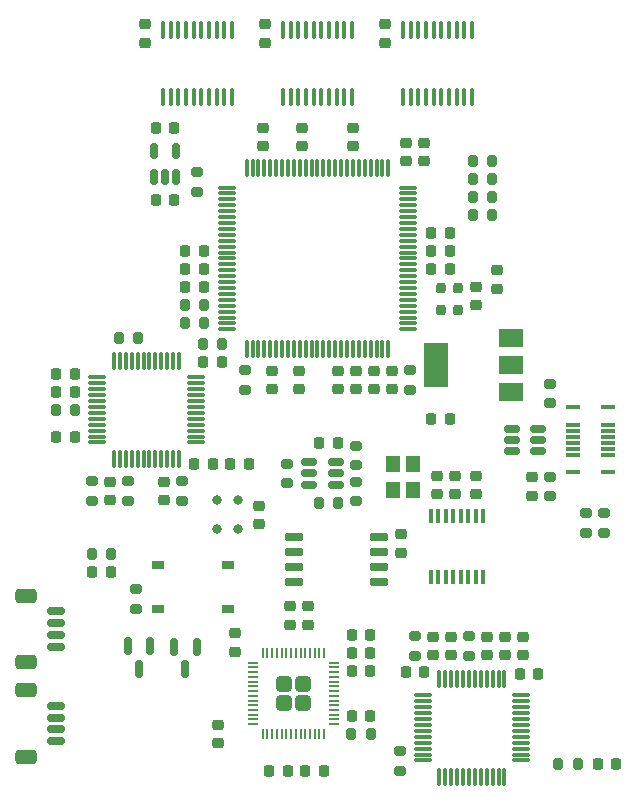
<source format=gbr>
%TF.GenerationSoftware,KiCad,Pcbnew,7.0.10*%
%TF.CreationDate,2024-02-21T15:12:55-06:00*%
%TF.ProjectId,HUB75-FPGA-Card,48554237-352d-4465-9047-412d43617264,rev?*%
%TF.SameCoordinates,Original*%
%TF.FileFunction,Paste,Top*%
%TF.FilePolarity,Positive*%
%FSLAX46Y46*%
G04 Gerber Fmt 4.6, Leading zero omitted, Abs format (unit mm)*
G04 Created by KiCad (PCBNEW 7.0.10) date 2024-02-21 15:12:55*
%MOMM*%
%LPD*%
G01*
G04 APERTURE LIST*
G04 Aperture macros list*
%AMRoundRect*
0 Rectangle with rounded corners*
0 $1 Rounding radius*
0 $2 $3 $4 $5 $6 $7 $8 $9 X,Y pos of 4 corners*
0 Add a 4 corners polygon primitive as box body*
4,1,4,$2,$3,$4,$5,$6,$7,$8,$9,$2,$3,0*
0 Add four circle primitives for the rounded corners*
1,1,$1+$1,$2,$3*
1,1,$1+$1,$4,$5*
1,1,$1+$1,$6,$7*
1,1,$1+$1,$8,$9*
0 Add four rect primitives between the rounded corners*
20,1,$1+$1,$2,$3,$4,$5,0*
20,1,$1+$1,$4,$5,$6,$7,0*
20,1,$1+$1,$6,$7,$8,$9,0*
20,1,$1+$1,$8,$9,$2,$3,0*%
G04 Aperture macros list end*
%ADD10RoundRect,0.200000X0.275000X-0.200000X0.275000X0.200000X-0.275000X0.200000X-0.275000X-0.200000X0*%
%ADD11RoundRect,0.225000X-0.250000X0.225000X-0.250000X-0.225000X0.250000X-0.225000X0.250000X0.225000X0*%
%ADD12RoundRect,0.200000X-0.200000X-0.275000X0.200000X-0.275000X0.200000X0.275000X-0.200000X0.275000X0*%
%ADD13RoundRect,0.150000X-0.150000X0.587500X-0.150000X-0.587500X0.150000X-0.587500X0.150000X0.587500X0*%
%ADD14RoundRect,0.200000X-0.275000X0.200000X-0.275000X-0.200000X0.275000X-0.200000X0.275000X0.200000X0*%
%ADD15RoundRect,0.225000X0.250000X-0.225000X0.250000X0.225000X-0.250000X0.225000X-0.250000X-0.225000X0*%
%ADD16RoundRect,0.150000X-0.512500X-0.150000X0.512500X-0.150000X0.512500X0.150000X-0.512500X0.150000X0*%
%ADD17C,0.800000*%
%ADD18RoundRect,0.225000X-0.225000X-0.250000X0.225000X-0.250000X0.225000X0.250000X-0.225000X0.250000X0*%
%ADD19RoundRect,0.225000X0.225000X0.250000X-0.225000X0.250000X-0.225000X-0.250000X0.225000X-0.250000X0*%
%ADD20R,2.000000X1.500000*%
%ADD21R,2.000000X3.800000*%
%ADD22RoundRect,0.200000X0.200000X0.275000X-0.200000X0.275000X-0.200000X-0.275000X0.200000X-0.275000X0*%
%ADD23RoundRect,0.100000X0.100000X-0.637500X0.100000X0.637500X-0.100000X0.637500X-0.100000X-0.637500X0*%
%ADD24RoundRect,0.150000X0.625000X-0.150000X0.625000X0.150000X-0.625000X0.150000X-0.625000X-0.150000X0*%
%ADD25RoundRect,0.250000X0.650000X-0.350000X0.650000X0.350000X-0.650000X0.350000X-0.650000X-0.350000X0*%
%ADD26R,1.000000X0.750000*%
%ADD27R,1.200000X1.400000*%
%ADD28RoundRect,0.249999X-0.395001X-0.395001X0.395001X-0.395001X0.395001X0.395001X-0.395001X0.395001X0*%
%ADD29RoundRect,0.050000X-0.387500X-0.050000X0.387500X-0.050000X0.387500X0.050000X-0.387500X0.050000X0*%
%ADD30RoundRect,0.050000X-0.050000X-0.387500X0.050000X-0.387500X0.050000X0.387500X-0.050000X0.387500X0*%
%ADD31RoundRect,0.218750X0.218750X0.256250X-0.218750X0.256250X-0.218750X-0.256250X0.218750X-0.256250X0*%
%ADD32RoundRect,0.075000X-0.662500X-0.075000X0.662500X-0.075000X0.662500X0.075000X-0.662500X0.075000X0*%
%ADD33RoundRect,0.075000X-0.075000X-0.662500X0.075000X-0.662500X0.075000X0.662500X-0.075000X0.662500X0*%
%ADD34RoundRect,0.150000X-0.650000X-0.150000X0.650000X-0.150000X0.650000X0.150000X-0.650000X0.150000X0*%
%ADD35RoundRect,0.200000X0.200000X0.250000X-0.200000X0.250000X-0.200000X-0.250000X0.200000X-0.250000X0*%
%ADD36R,1.150000X0.300000*%
%ADD37RoundRect,0.075000X0.075000X-0.662500X0.075000X0.662500X-0.075000X0.662500X-0.075000X-0.662500X0*%
%ADD38RoundRect,0.075000X0.662500X-0.075000X0.662500X0.075000X-0.662500X0.075000X-0.662500X-0.075000X0*%
%ADD39R,0.400000X1.200000*%
%ADD40RoundRect,0.150000X0.150000X-0.512500X0.150000X0.512500X-0.150000X0.512500X-0.150000X-0.512500X0*%
G04 APERTURE END LIST*
D10*
%TO.C,R23*%
X137033000Y-105155000D03*
X137033000Y-103505000D03*
%TD*%
D11*
%TO.C,C30*%
X96774000Y-100825000D03*
X96774000Y-102375000D03*
%TD*%
D10*
%TO.C,R22*%
X98933000Y-111569000D03*
X98933000Y-109919000D03*
%TD*%
D12*
%TO.C,R16*%
X97473000Y-88646000D03*
X99123000Y-88646000D03*
%TD*%
D13*
%TO.C,Q2*%
X104074000Y-114803000D03*
X102174000Y-114803000D03*
X103124000Y-116678000D03*
%TD*%
D14*
%TO.C,R12*%
X117531800Y-97764200D03*
X117531800Y-99414200D03*
%TD*%
D15*
%TO.C,C21*%
X113030000Y-72403000D03*
X113030000Y-70853000D03*
%TD*%
D10*
%TO.C,R13*%
X117531800Y-102462200D03*
X117531800Y-100812200D03*
%TD*%
D11*
%TO.C,C8*%
X120650000Y-91427000D03*
X120650000Y-92977000D03*
%TD*%
D16*
%TO.C,U7*%
X113600300Y-99163200D03*
X113600300Y-100113200D03*
X113600300Y-101063200D03*
X115875300Y-101063200D03*
X115875300Y-100113200D03*
X115875300Y-99163200D03*
%TD*%
D11*
%TO.C,C45*%
X132461000Y-100444000D03*
X132461000Y-101994000D03*
%TD*%
D17*
%TO.C,U10*%
X107530000Y-102402000D03*
X107530000Y-104862000D03*
X105830000Y-104862000D03*
X105830000Y-102402000D03*
%TD*%
D18*
%TO.C,C57*%
X117208000Y-120650000D03*
X118758000Y-120650000D03*
%TD*%
%TO.C,C2*%
X100637000Y-76962000D03*
X102187000Y-76962000D03*
%TD*%
%TO.C,C14*%
X123939000Y-81280000D03*
X125489000Y-81280000D03*
%TD*%
D11*
%TO.C,C12*%
X110490000Y-91427000D03*
X110490000Y-92977000D03*
%TD*%
D10*
%TO.C,R18*%
X121285000Y-125285000D03*
X121285000Y-123635000D03*
%TD*%
D15*
%TO.C,C16*%
X121793000Y-73673000D03*
X121793000Y-72123000D03*
%TD*%
D18*
%TO.C,C53*%
X117208000Y-113792000D03*
X118758000Y-113792000D03*
%TD*%
D15*
%TO.C,C15*%
X123317000Y-73673000D03*
X123317000Y-72123000D03*
%TD*%
D14*
%TO.C,FB5*%
X127139000Y-113884500D03*
X127139000Y-115534500D03*
%TD*%
D19*
%TO.C,C49*%
X132982000Y-117094000D03*
X131432000Y-117094000D03*
%TD*%
D20*
%TO.C,U1*%
X130658000Y-93232000D03*
X130658000Y-90932000D03*
D21*
X124358000Y-90932000D03*
D20*
X130658000Y-88632000D03*
%TD*%
D12*
%TO.C,R19*%
X134684000Y-124714000D03*
X136334000Y-124714000D03*
%TD*%
D22*
%TO.C,R9*%
X129095000Y-75184000D03*
X127445000Y-75184000D03*
%TD*%
D18*
%TO.C,C56*%
X117208000Y-116840000D03*
X118758000Y-116840000D03*
%TD*%
%TO.C,C33*%
X104635000Y-90678000D03*
X106185000Y-90678000D03*
%TD*%
D23*
%TO.C,U5*%
X111375000Y-68267500D03*
X112025000Y-68267500D03*
X112675000Y-68267500D03*
X113325000Y-68267500D03*
X113975000Y-68267500D03*
X114625000Y-68267500D03*
X115275000Y-68267500D03*
X115925000Y-68267500D03*
X116575000Y-68267500D03*
X117225000Y-68267500D03*
X117225000Y-62542500D03*
X116575000Y-62542500D03*
X115925000Y-62542500D03*
X115275000Y-62542500D03*
X114625000Y-62542500D03*
X113975000Y-62542500D03*
X113325000Y-62542500D03*
X112675000Y-62542500D03*
X112025000Y-62542500D03*
X111375000Y-62542500D03*
%TD*%
D19*
%TO.C,C42*%
X108471000Y-99314000D03*
X106921000Y-99314000D03*
%TD*%
D15*
%TO.C,C10*%
X109728000Y-72403000D03*
X109728000Y-70853000D03*
%TD*%
D18*
%TO.C,C22*%
X123939000Y-82804000D03*
X125489000Y-82804000D03*
%TD*%
D19*
%TO.C,C7*%
X104661000Y-81280000D03*
X103111000Y-81280000D03*
%TD*%
D15*
%TO.C,C39*%
X130187000Y-115484500D03*
X130187000Y-113934500D03*
%TD*%
%TO.C,C54*%
X113538000Y-112929000D03*
X113538000Y-111379000D03*
%TD*%
D24*
%TO.C,J17*%
X92130000Y-122785000D03*
X92130000Y-121785000D03*
X92130000Y-120785000D03*
X92130000Y-119785000D03*
D25*
X89605000Y-124085000D03*
X89605000Y-118485000D03*
%TD*%
D22*
%TO.C,R1*%
X96837000Y-106934000D03*
X95187000Y-106934000D03*
%TD*%
D10*
%TO.C,R21*%
X133989500Y-94170000D03*
X133989500Y-92520000D03*
%TD*%
D26*
%TO.C,SW1*%
X100759000Y-107853000D03*
X106759000Y-107853000D03*
X100759000Y-111603000D03*
X106759000Y-111603000D03*
%TD*%
D22*
%TO.C,R8*%
X129095000Y-73660000D03*
X127445000Y-73660000D03*
%TD*%
D24*
%TO.C,J16*%
X92130000Y-114784000D03*
X92130000Y-113784000D03*
X92130000Y-112784000D03*
X92130000Y-111784000D03*
D25*
X89605000Y-116084000D03*
X89605000Y-110484000D03*
%TD*%
D27*
%TO.C,Y1*%
X122389000Y-101514000D03*
X122389000Y-99314000D03*
X120689000Y-99314000D03*
X120689000Y-101514000D03*
%TD*%
D12*
%TO.C,R6*%
X92139000Y-94742000D03*
X93789000Y-94742000D03*
%TD*%
%TO.C,R5*%
X103061000Y-85852000D03*
X104711000Y-85852000D03*
%TD*%
D18*
%TO.C,C19*%
X123939000Y-79756000D03*
X125489000Y-79756000D03*
%TD*%
D15*
%TO.C,C18*%
X117348000Y-72403000D03*
X117348000Y-70853000D03*
%TD*%
D11*
%TO.C,C41*%
X109347000Y-102857000D03*
X109347000Y-104407000D03*
%TD*%
D23*
%TO.C,U6*%
X121535000Y-68267500D03*
X122185000Y-68267500D03*
X122835000Y-68267500D03*
X123485000Y-68267500D03*
X124135000Y-68267500D03*
X124785000Y-68267500D03*
X125435000Y-68267500D03*
X126085000Y-68267500D03*
X126735000Y-68267500D03*
X127385000Y-68267500D03*
X127385000Y-62542500D03*
X126735000Y-62542500D03*
X126085000Y-62542500D03*
X125435000Y-62542500D03*
X124785000Y-62542500D03*
X124135000Y-62542500D03*
X123485000Y-62542500D03*
X122835000Y-62542500D03*
X122185000Y-62542500D03*
X121535000Y-62542500D03*
%TD*%
D18*
%TO.C,C5*%
X100637000Y-70866000D03*
X102187000Y-70866000D03*
%TD*%
D12*
%TO.C,R3*%
X103061000Y-87376000D03*
X104711000Y-87376000D03*
%TD*%
D19*
%TO.C,C29*%
X93739000Y-91694000D03*
X92189000Y-91694000D03*
%TD*%
D11*
%TO.C,C17*%
X112776000Y-91427000D03*
X112776000Y-92977000D03*
%TD*%
D28*
%TO.C,U14*%
X111468000Y-117945000D03*
X111468000Y-119545000D03*
X113068000Y-117945000D03*
X113068000Y-119545000D03*
D29*
X108830500Y-116145000D03*
X108830500Y-116545000D03*
X108830500Y-116945000D03*
X108830500Y-117345000D03*
X108830500Y-117745000D03*
X108830500Y-118145000D03*
X108830500Y-118545000D03*
X108830500Y-118945000D03*
X108830500Y-119345000D03*
X108830500Y-119745000D03*
X108830500Y-120145000D03*
X108830500Y-120545000D03*
X108830500Y-120945000D03*
X108830500Y-121345000D03*
D30*
X109668000Y-122182500D03*
X110068000Y-122182500D03*
X110468000Y-122182500D03*
X110868000Y-122182500D03*
X111268000Y-122182500D03*
X111668000Y-122182500D03*
X112068000Y-122182500D03*
X112468000Y-122182500D03*
X112868000Y-122182500D03*
X113268000Y-122182500D03*
X113668000Y-122182500D03*
X114068000Y-122182500D03*
X114468000Y-122182500D03*
X114868000Y-122182500D03*
D29*
X115705500Y-121345000D03*
X115705500Y-120945000D03*
X115705500Y-120545000D03*
X115705500Y-120145000D03*
X115705500Y-119745000D03*
X115705500Y-119345000D03*
X115705500Y-118945000D03*
X115705500Y-118545000D03*
X115705500Y-118145000D03*
X115705500Y-117745000D03*
X115705500Y-117345000D03*
X115705500Y-116945000D03*
X115705500Y-116545000D03*
X115705500Y-116145000D03*
D30*
X114868000Y-115307500D03*
X114468000Y-115307500D03*
X114068000Y-115307500D03*
X113668000Y-115307500D03*
X113268000Y-115307500D03*
X112868000Y-115307500D03*
X112468000Y-115307500D03*
X112068000Y-115307500D03*
X111668000Y-115307500D03*
X111268000Y-115307500D03*
X110868000Y-115307500D03*
X110468000Y-115307500D03*
X110068000Y-115307500D03*
X109668000Y-115307500D03*
%TD*%
D12*
%TO.C,R2*%
X104585000Y-89154000D03*
X106235000Y-89154000D03*
%TD*%
D15*
%TO.C,C23*%
X127762000Y-85865000D03*
X127762000Y-84315000D03*
%TD*%
D31*
%TO.C,D1*%
X139598500Y-124714000D03*
X138023500Y-124714000D03*
%TD*%
D15*
%TO.C,C40*%
X131711000Y-115484500D03*
X131711000Y-113934500D03*
%TD*%
D32*
%TO.C,U3*%
X106637500Y-75915000D03*
X106637500Y-76415000D03*
X106637500Y-76915000D03*
X106637500Y-77415000D03*
X106637500Y-77915000D03*
X106637500Y-78415000D03*
X106637500Y-78915000D03*
X106637500Y-79415000D03*
X106637500Y-79915000D03*
X106637500Y-80415000D03*
X106637500Y-80915000D03*
X106637500Y-81415000D03*
X106637500Y-81915000D03*
X106637500Y-82415000D03*
X106637500Y-82915000D03*
X106637500Y-83415000D03*
X106637500Y-83915000D03*
X106637500Y-84415000D03*
X106637500Y-84915000D03*
X106637500Y-85415000D03*
X106637500Y-85915000D03*
X106637500Y-86415000D03*
X106637500Y-86915000D03*
X106637500Y-87415000D03*
X106637500Y-87915000D03*
D33*
X108300000Y-89577500D03*
X108800000Y-89577500D03*
X109300000Y-89577500D03*
X109800000Y-89577500D03*
X110300000Y-89577500D03*
X110800000Y-89577500D03*
X111300000Y-89577500D03*
X111800000Y-89577500D03*
X112300000Y-89577500D03*
X112800000Y-89577500D03*
X113300000Y-89577500D03*
X113800000Y-89577500D03*
X114300000Y-89577500D03*
X114800000Y-89577500D03*
X115300000Y-89577500D03*
X115800000Y-89577500D03*
X116300000Y-89577500D03*
X116800000Y-89577500D03*
X117300000Y-89577500D03*
X117800000Y-89577500D03*
X118300000Y-89577500D03*
X118800000Y-89577500D03*
X119300000Y-89577500D03*
X119800000Y-89577500D03*
X120300000Y-89577500D03*
D32*
X121962500Y-87915000D03*
X121962500Y-87415000D03*
X121962500Y-86915000D03*
X121962500Y-86415000D03*
X121962500Y-85915000D03*
X121962500Y-85415000D03*
X121962500Y-84915000D03*
X121962500Y-84415000D03*
X121962500Y-83915000D03*
X121962500Y-83415000D03*
X121962500Y-82915000D03*
X121962500Y-82415000D03*
X121962500Y-81915000D03*
X121962500Y-81415000D03*
X121962500Y-80915000D03*
X121962500Y-80415000D03*
X121962500Y-79915000D03*
X121962500Y-79415000D03*
X121962500Y-78915000D03*
X121962500Y-78415000D03*
X121962500Y-77915000D03*
X121962500Y-77415000D03*
X121962500Y-76915000D03*
X121962500Y-76415000D03*
X121962500Y-75915000D03*
D33*
X120300000Y-74252500D03*
X119800000Y-74252500D03*
X119300000Y-74252500D03*
X118800000Y-74252500D03*
X118300000Y-74252500D03*
X117800000Y-74252500D03*
X117300000Y-74252500D03*
X116800000Y-74252500D03*
X116300000Y-74252500D03*
X115800000Y-74252500D03*
X115300000Y-74252500D03*
X114800000Y-74252500D03*
X114300000Y-74252500D03*
X113800000Y-74252500D03*
X113300000Y-74252500D03*
X112800000Y-74252500D03*
X112300000Y-74252500D03*
X111800000Y-74252500D03*
X111300000Y-74252500D03*
X110800000Y-74252500D03*
X110300000Y-74252500D03*
X109800000Y-74252500D03*
X109300000Y-74252500D03*
X108800000Y-74252500D03*
X108300000Y-74252500D03*
%TD*%
D22*
%TO.C,R11*%
X129095000Y-78232000D03*
X127445000Y-78232000D03*
%TD*%
D34*
%TO.C,U13*%
X112351000Y-105537000D03*
X112351000Y-106807000D03*
X112351000Y-108077000D03*
X112351000Y-109347000D03*
X119551000Y-109347000D03*
X119551000Y-108077000D03*
X119551000Y-106807000D03*
X119551000Y-105537000D03*
%TD*%
D19*
%TO.C,C3*%
X96787000Y-108458000D03*
X95237000Y-108458000D03*
%TD*%
D12*
%TO.C,R25*%
X117158000Y-122174000D03*
X118808000Y-122174000D03*
%TD*%
D15*
%TO.C,C60*%
X107315000Y-115202000D03*
X107315000Y-113652000D03*
%TD*%
D18*
%TO.C,C32*%
X103873000Y-99314000D03*
X105423000Y-99314000D03*
%TD*%
D35*
%TO.C,X1*%
X126201000Y-86269000D03*
X126201000Y-84419000D03*
X124751000Y-84419000D03*
X124751000Y-86269000D03*
%TD*%
D36*
%TO.C,J10*%
X135933500Y-100032000D03*
X135933500Y-98532000D03*
X135933500Y-98032000D03*
X135933500Y-97532000D03*
X135933500Y-97032000D03*
X135933500Y-96532000D03*
X135933500Y-96032000D03*
X135933500Y-94532000D03*
X138903500Y-94532000D03*
X138903500Y-96032000D03*
X138903500Y-96532000D03*
X138903500Y-97032000D03*
X138903500Y-97532000D03*
X138903500Y-98032000D03*
X138903500Y-98532000D03*
X138903500Y-100032000D03*
%TD*%
D19*
%TO.C,C28*%
X93739000Y-93218000D03*
X92189000Y-93218000D03*
%TD*%
%TO.C,C11*%
X104661000Y-82804000D03*
X103111000Y-82804000D03*
%TD*%
D15*
%TO.C,C48*%
X124460000Y-101867000D03*
X124460000Y-100317000D03*
%TD*%
D19*
%TO.C,C37*%
X123330000Y-116967000D03*
X121780000Y-116967000D03*
%TD*%
D11*
%TO.C,C13*%
X117602000Y-91427000D03*
X117602000Y-92977000D03*
%TD*%
D18*
%TO.C,C55*%
X117208000Y-115316000D03*
X118758000Y-115316000D03*
%TD*%
D14*
%TO.C,R7*%
X104140000Y-74613000D03*
X104140000Y-76263000D03*
%TD*%
D13*
%TO.C,Q1*%
X100137000Y-114759500D03*
X98237000Y-114759500D03*
X99187000Y-116634500D03*
%TD*%
D37*
%TO.C,U8*%
X97072000Y-98904500D03*
X97572000Y-98904500D03*
X98072000Y-98904500D03*
X98572000Y-98904500D03*
X99072000Y-98904500D03*
X99572000Y-98904500D03*
X100072000Y-98904500D03*
X100572000Y-98904500D03*
X101072000Y-98904500D03*
X101572000Y-98904500D03*
X102072000Y-98904500D03*
X102572000Y-98904500D03*
D38*
X103984500Y-97492000D03*
X103984500Y-96992000D03*
X103984500Y-96492000D03*
X103984500Y-95992000D03*
X103984500Y-95492000D03*
X103984500Y-94992000D03*
X103984500Y-94492000D03*
X103984500Y-93992000D03*
X103984500Y-93492000D03*
X103984500Y-92992000D03*
X103984500Y-92492000D03*
X103984500Y-91992000D03*
D37*
X102572000Y-90579500D03*
X102072000Y-90579500D03*
X101572000Y-90579500D03*
X101072000Y-90579500D03*
X100572000Y-90579500D03*
X100072000Y-90579500D03*
X99572000Y-90579500D03*
X99072000Y-90579500D03*
X98572000Y-90579500D03*
X98072000Y-90579500D03*
X97572000Y-90579500D03*
X97072000Y-90579500D03*
D38*
X95659500Y-91992000D03*
X95659500Y-92492000D03*
X95659500Y-92992000D03*
X95659500Y-93492000D03*
X95659500Y-93992000D03*
X95659500Y-94492000D03*
X95659500Y-94992000D03*
X95659500Y-95492000D03*
X95659500Y-95992000D03*
X95659500Y-96492000D03*
X95659500Y-96992000D03*
X95659500Y-97492000D03*
%TD*%
D11*
%TO.C,C59*%
X105918000Y-121412000D03*
X105918000Y-122962000D03*
%TD*%
D15*
%TO.C,C38*%
X125615000Y-115484500D03*
X125615000Y-113934500D03*
%TD*%
D10*
%TO.C,FB2*%
X95250000Y-102425000D03*
X95250000Y-100775000D03*
%TD*%
D15*
%TO.C,C36*%
X128663000Y-115484500D03*
X128663000Y-113934500D03*
%TD*%
D11*
%TO.C,C20*%
X116078000Y-91414000D03*
X116078000Y-92964000D03*
%TD*%
D10*
%TO.C,R4*%
X108204000Y-93027000D03*
X108204000Y-91377000D03*
%TD*%
D14*
%TO.C,R20*%
X133989500Y-100394000D03*
X133989500Y-102044000D03*
%TD*%
D15*
%TO.C,C25*%
X109855000Y-63640000D03*
X109855000Y-62090000D03*
%TD*%
D22*
%TO.C,R10*%
X129095000Y-76708000D03*
X127445000Y-76708000D03*
%TD*%
D15*
%TO.C,C35*%
X124091000Y-115484500D03*
X124091000Y-113934500D03*
%TD*%
%TO.C,C46*%
X127762000Y-101867000D03*
X127762000Y-100317000D03*
%TD*%
D18*
%TO.C,C51*%
X113271000Y-125349000D03*
X114821000Y-125349000D03*
%TD*%
D10*
%TO.C,R24*%
X138557000Y-105155000D03*
X138557000Y-103505000D03*
%TD*%
D18*
%TO.C,C4*%
X123939000Y-95504000D03*
X125489000Y-95504000D03*
%TD*%
D39*
%TO.C,U12*%
X123888500Y-108899000D03*
X124523500Y-108899000D03*
X125158500Y-108899000D03*
X125793500Y-108899000D03*
X126428500Y-108899000D03*
X127063500Y-108899000D03*
X127698500Y-108899000D03*
X128333500Y-108899000D03*
X128333500Y-103699000D03*
X127698500Y-103699000D03*
X127063500Y-103699000D03*
X126428500Y-103699000D03*
X125793500Y-103699000D03*
X125158500Y-103699000D03*
X124523500Y-103699000D03*
X123888500Y-103699000D03*
%TD*%
D19*
%TO.C,C27*%
X116020800Y-97573200D03*
X114470800Y-97573200D03*
%TD*%
D40*
%TO.C,U2*%
X100462000Y-75051500D03*
X101412000Y-75051500D03*
X102362000Y-75051500D03*
X102362000Y-72776500D03*
X100462000Y-72776500D03*
%TD*%
D10*
%TO.C,FB3*%
X102870000Y-102425000D03*
X102870000Y-100775000D03*
%TD*%
D23*
%TO.C,U4*%
X101215000Y-68267500D03*
X101865000Y-68267500D03*
X102515000Y-68267500D03*
X103165000Y-68267500D03*
X103815000Y-68267500D03*
X104465000Y-68267500D03*
X105115000Y-68267500D03*
X105765000Y-68267500D03*
X106415000Y-68267500D03*
X107065000Y-68267500D03*
X107065000Y-62542500D03*
X106415000Y-62542500D03*
X105765000Y-62542500D03*
X105115000Y-62542500D03*
X104465000Y-62542500D03*
X103815000Y-62542500D03*
X103165000Y-62542500D03*
X102515000Y-62542500D03*
X101865000Y-62542500D03*
X101215000Y-62542500D03*
%TD*%
D11*
%TO.C,C6*%
X119126000Y-91427000D03*
X119126000Y-92977000D03*
%TD*%
D22*
%TO.C,R15*%
X116070800Y-102653200D03*
X114420800Y-102653200D03*
%TD*%
D15*
%TO.C,C24*%
X99695000Y-63640000D03*
X99695000Y-62090000D03*
%TD*%
%TO.C,C26*%
X120015000Y-63640000D03*
X120015000Y-62090000D03*
%TD*%
%TO.C,C1*%
X129540000Y-84468000D03*
X129540000Y-82918000D03*
%TD*%
D10*
%TO.C,R14*%
X111689800Y-100938200D03*
X111689800Y-99288200D03*
%TD*%
D19*
%TO.C,C58*%
X111773000Y-125349000D03*
X110223000Y-125349000D03*
%TD*%
D37*
%TO.C,U9*%
X124631000Y-125828500D03*
X125131000Y-125828500D03*
X125631000Y-125828500D03*
X126131000Y-125828500D03*
X126631000Y-125828500D03*
X127131000Y-125828500D03*
X127631000Y-125828500D03*
X128131000Y-125828500D03*
X128631000Y-125828500D03*
X129131000Y-125828500D03*
X129631000Y-125828500D03*
X130131000Y-125828500D03*
D38*
X131543500Y-124416000D03*
X131543500Y-123916000D03*
X131543500Y-123416000D03*
X131543500Y-122916000D03*
X131543500Y-122416000D03*
X131543500Y-121916000D03*
X131543500Y-121416000D03*
X131543500Y-120916000D03*
X131543500Y-120416000D03*
X131543500Y-119916000D03*
X131543500Y-119416000D03*
X131543500Y-118916000D03*
D37*
X130131000Y-117503500D03*
X129631000Y-117503500D03*
X129131000Y-117503500D03*
X128631000Y-117503500D03*
X128131000Y-117503500D03*
X127631000Y-117503500D03*
X127131000Y-117503500D03*
X126631000Y-117503500D03*
X126131000Y-117503500D03*
X125631000Y-117503500D03*
X125131000Y-117503500D03*
X124631000Y-117503500D03*
D38*
X123218500Y-118916000D03*
X123218500Y-119416000D03*
X123218500Y-119916000D03*
X123218500Y-120416000D03*
X123218500Y-120916000D03*
X123218500Y-121416000D03*
X123218500Y-121916000D03*
X123218500Y-122416000D03*
X123218500Y-122916000D03*
X123218500Y-123416000D03*
X123218500Y-123916000D03*
X123218500Y-124416000D03*
%TD*%
D15*
%TO.C,C52*%
X112014000Y-112929000D03*
X112014000Y-111379000D03*
%TD*%
D10*
%TO.C,FB1*%
X122174000Y-93027000D03*
X122174000Y-91377000D03*
%TD*%
D11*
%TO.C,C31*%
X101346000Y-100825000D03*
X101346000Y-102375000D03*
%TD*%
D15*
%TO.C,C47*%
X125984000Y-101867000D03*
X125984000Y-100317000D03*
%TD*%
D16*
%TO.C,U11*%
X130737250Y-96332000D03*
X130737250Y-97282000D03*
X130737250Y-98232000D03*
X133012250Y-98232000D03*
X133012250Y-97282000D03*
X133012250Y-96332000D03*
%TD*%
D11*
%TO.C,C50*%
X121412000Y-105270000D03*
X121412000Y-106820000D03*
%TD*%
D19*
%TO.C,C34*%
X93739000Y-97028000D03*
X92189000Y-97028000D03*
%TD*%
D14*
%TO.C,R17*%
X98298000Y-100775000D03*
X98298000Y-102425000D03*
%TD*%
D19*
%TO.C,C9*%
X104661000Y-84328000D03*
X103111000Y-84328000D03*
%TD*%
D14*
%TO.C,FB4*%
X122567000Y-113884500D03*
X122567000Y-115534500D03*
%TD*%
M02*

</source>
